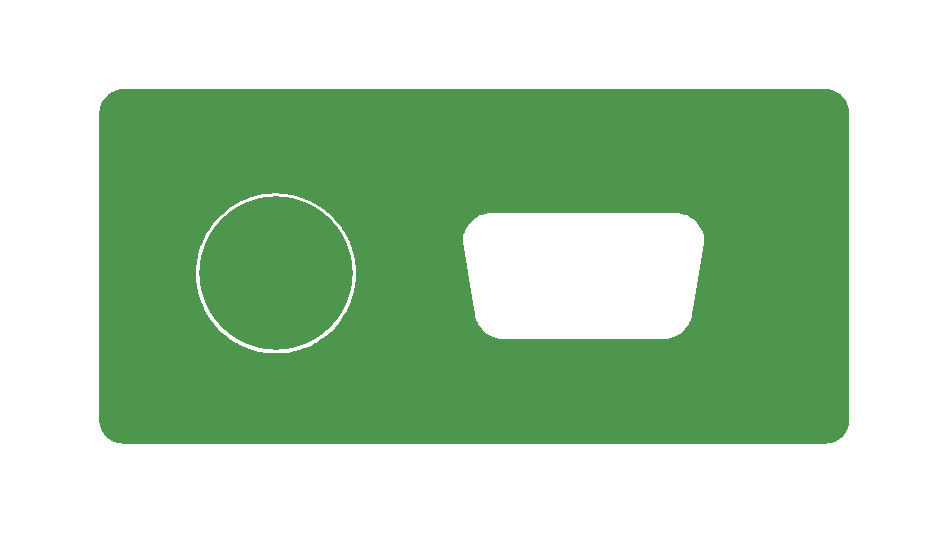
<source format=gbr>
%TF.GenerationSoftware,KiCad,Pcbnew,(6.0.6)*%
%TF.CreationDate,2022-11-01T14:40:16+00:00*%
%TF.ProjectId,rearcase,72656172-6361-4736-952e-6b696361645f,rev?*%
%TF.SameCoordinates,Original*%
%TF.FileFunction,Copper,L2,Bot*%
%TF.FilePolarity,Positive*%
%FSLAX46Y46*%
G04 Gerber Fmt 4.6, Leading zero omitted, Abs format (unit mm)*
G04 Created by KiCad (PCBNEW (6.0.6)) date 2022-11-01 14:40:16*
%MOMM*%
%LPD*%
G01*
G04 APERTURE LIST*
%TA.AperFunction,ComponentPad*%
%ADD10C,5.000000*%
%TD*%
%TA.AperFunction,ComponentPad*%
%ADD11C,13.000000*%
%TD*%
G04 APERTURE END LIST*
D10*
%TO.P,REF\u002A\u002A,1*%
%TO.N,GND*%
X128000000Y-86500000D03*
X179500000Y-108000000D03*
X128000000Y-108000000D03*
X150500000Y-97300000D03*
X179500000Y-86500000D03*
X175490000Y-97300000D03*
D11*
%TO.P,REF\u002A\u002A,2*%
%TO.N,N/C*%
X136950000Y-97100000D03*
%TD*%
%TA.AperFunction,Conductor*%
%TO.N,GND*%
G36*
X183504122Y-81501270D02*
G01*
X183667113Y-81511953D01*
X183667430Y-81511975D01*
X183757453Y-81518413D01*
X183773042Y-81520513D01*
X183915622Y-81548874D01*
X183917823Y-81549332D01*
X183989488Y-81564921D01*
X184025795Y-81572819D01*
X184039502Y-81576624D01*
X184173370Y-81622066D01*
X184176875Y-81623314D01*
X184284080Y-81663299D01*
X184295769Y-81668347D01*
X184363557Y-81701776D01*
X184421129Y-81730167D01*
X184425748Y-81732565D01*
X184478077Y-81761139D01*
X184527492Y-81788122D01*
X184537107Y-81793944D01*
X184612445Y-81844282D01*
X184652694Y-81871177D01*
X184658174Y-81875054D01*
X184724383Y-81924617D01*
X184751478Y-81944901D01*
X184759046Y-81951036D01*
X184863336Y-82042496D01*
X184869353Y-82048133D01*
X184951867Y-82130647D01*
X184957504Y-82136664D01*
X185048964Y-82240954D01*
X185055097Y-82248519D01*
X185124946Y-82341826D01*
X185128830Y-82347315D01*
X185206056Y-82462893D01*
X185211878Y-82472508D01*
X185238861Y-82521923D01*
X185267435Y-82574252D01*
X185269843Y-82578890D01*
X185331653Y-82704231D01*
X185336703Y-82715925D01*
X185376677Y-82823099D01*
X185377932Y-82826625D01*
X185423376Y-82960498D01*
X185427182Y-82974210D01*
X185450668Y-83082177D01*
X185451126Y-83084378D01*
X185479487Y-83226958D01*
X185481587Y-83242547D01*
X185488025Y-83332570D01*
X185488047Y-83332887D01*
X185498730Y-83495877D01*
X185499000Y-83504118D01*
X185499000Y-109495882D01*
X185498730Y-109504122D01*
X185488047Y-109667113D01*
X185488025Y-109667430D01*
X185481587Y-109757451D01*
X185479487Y-109773042D01*
X185451126Y-109915622D01*
X185450668Y-109917823D01*
X185427182Y-110025790D01*
X185423376Y-110039502D01*
X185377934Y-110173370D01*
X185376677Y-110176901D01*
X185336703Y-110284075D01*
X185331653Y-110295769D01*
X185269843Y-110421110D01*
X185267435Y-110425748D01*
X185238861Y-110478077D01*
X185211878Y-110527492D01*
X185206056Y-110537107D01*
X185128830Y-110652685D01*
X185124946Y-110658174D01*
X185075383Y-110724383D01*
X185055099Y-110751478D01*
X185048964Y-110759046D01*
X184957504Y-110863336D01*
X184951867Y-110869353D01*
X184869353Y-110951867D01*
X184863336Y-110957504D01*
X184759046Y-111048964D01*
X184751478Y-111055099D01*
X184658174Y-111124946D01*
X184652694Y-111128823D01*
X184612445Y-111155718D01*
X184537107Y-111206056D01*
X184527492Y-111211878D01*
X184478077Y-111238861D01*
X184425748Y-111267435D01*
X184421129Y-111269833D01*
X184363557Y-111298224D01*
X184295769Y-111331653D01*
X184284080Y-111336701D01*
X184176875Y-111376686D01*
X184173375Y-111377932D01*
X184039502Y-111423376D01*
X184025795Y-111427181D01*
X183989488Y-111435079D01*
X183917823Y-111450668D01*
X183915622Y-111451126D01*
X183773042Y-111479487D01*
X183757453Y-111481587D01*
X183667430Y-111488025D01*
X183667113Y-111488047D01*
X183504122Y-111498730D01*
X183495882Y-111499000D01*
X124004118Y-111499000D01*
X123995878Y-111498730D01*
X123832887Y-111488047D01*
X123832570Y-111488025D01*
X123742547Y-111481587D01*
X123726958Y-111479487D01*
X123584378Y-111451126D01*
X123582177Y-111450668D01*
X123510512Y-111435079D01*
X123474205Y-111427181D01*
X123460498Y-111423376D01*
X123326625Y-111377932D01*
X123323125Y-111376686D01*
X123215920Y-111336701D01*
X123204231Y-111331653D01*
X123136443Y-111298224D01*
X123078871Y-111269833D01*
X123074252Y-111267435D01*
X123021923Y-111238861D01*
X122972508Y-111211878D01*
X122962893Y-111206056D01*
X122887871Y-111155928D01*
X122847302Y-111128821D01*
X122841830Y-111124950D01*
X122748513Y-111055094D01*
X122740971Y-111048979D01*
X122636648Y-110957490D01*
X122630647Y-110951868D01*
X122548132Y-110869353D01*
X122542510Y-110863352D01*
X122451021Y-110759029D01*
X122444902Y-110751481D01*
X122444900Y-110751478D01*
X122375050Y-110658170D01*
X122371172Y-110652688D01*
X122293944Y-110537107D01*
X122288122Y-110527492D01*
X122261139Y-110478077D01*
X122232565Y-110425748D01*
X122230157Y-110421110D01*
X122168347Y-110295769D01*
X122163297Y-110284075D01*
X122123323Y-110176901D01*
X122122066Y-110173370D01*
X122076624Y-110039502D01*
X122072818Y-110025790D01*
X122049332Y-109917823D01*
X122048874Y-109915622D01*
X122020513Y-109773042D01*
X122018413Y-109757451D01*
X122011975Y-109667430D01*
X122011953Y-109667113D01*
X122001270Y-109504122D01*
X122001000Y-109495882D01*
X122001000Y-97135476D01*
X130174621Y-97135476D01*
X130196353Y-97643386D01*
X130196629Y-97645715D01*
X130247803Y-98078081D01*
X130256106Y-98148236D01*
X130256558Y-98150549D01*
X130256558Y-98150551D01*
X130339582Y-98575692D01*
X130353543Y-98647185D01*
X130488118Y-99137424D01*
X130488912Y-99139647D01*
X130488913Y-99139651D01*
X130635498Y-99550177D01*
X130659070Y-99616192D01*
X130660036Y-99618366D01*
X130837065Y-100016916D01*
X130865439Y-100080796D01*
X130866563Y-100082888D01*
X130866567Y-100082896D01*
X131052439Y-100428820D01*
X131106063Y-100528618D01*
X131379586Y-100957137D01*
X131684469Y-101363943D01*
X132018996Y-101746743D01*
X132020679Y-101748400D01*
X132020683Y-101748404D01*
X132067836Y-101794822D01*
X132381283Y-102103383D01*
X132383080Y-102104904D01*
X132383083Y-102104907D01*
X132767486Y-102430328D01*
X132769291Y-102431856D01*
X132771196Y-102433238D01*
X132771203Y-102433243D01*
X133055594Y-102639486D01*
X133180835Y-102730312D01*
X133182838Y-102731547D01*
X133182846Y-102731552D01*
X133611584Y-102995830D01*
X133611593Y-102995835D01*
X133613598Y-102997071D01*
X133615704Y-102998160D01*
X133615707Y-102998162D01*
X134063038Y-103229541D01*
X134063045Y-103229544D01*
X134065144Y-103230630D01*
X134067309Y-103231551D01*
X134067317Y-103231555D01*
X134299038Y-103330153D01*
X134532932Y-103429676D01*
X135014326Y-103593088D01*
X135016609Y-103593676D01*
X135016608Y-103593676D01*
X135504328Y-103719355D01*
X135504337Y-103719357D01*
X135506619Y-103719945D01*
X135766224Y-103766422D01*
X136004700Y-103809116D01*
X136004710Y-103809117D01*
X136007037Y-103809534D01*
X136009392Y-103809775D01*
X136009397Y-103809776D01*
X136312498Y-103840831D01*
X136512763Y-103861349D01*
X136574900Y-103863356D01*
X136795066Y-103870468D01*
X136795094Y-103870468D01*
X136796071Y-103870500D01*
X137082438Y-103870500D01*
X137083624Y-103870455D01*
X137083649Y-103870455D01*
X137455648Y-103856489D01*
X137455651Y-103856489D01*
X137458016Y-103856400D01*
X137963173Y-103799291D01*
X138462625Y-103704467D01*
X138953562Y-103572462D01*
X139362790Y-103428751D01*
X139430990Y-103404801D01*
X139430995Y-103404799D01*
X139433219Y-103404018D01*
X139898896Y-103200085D01*
X140283853Y-102995830D01*
X140345890Y-102962914D01*
X140345896Y-102962910D01*
X140347972Y-102961809D01*
X140777918Y-102690533D01*
X140779799Y-102689138D01*
X140779813Y-102689129D01*
X141184420Y-102389188D01*
X141186314Y-102387784D01*
X141515216Y-102103383D01*
X141569070Y-102056816D01*
X141569075Y-102056812D01*
X141570861Y-102055267D01*
X141929393Y-101694852D01*
X142259893Y-101308569D01*
X142266187Y-101299986D01*
X142468739Y-101023740D01*
X142560500Y-100898594D01*
X142829521Y-100467233D01*
X142847657Y-100432617D01*
X143064348Y-100019002D01*
X143065441Y-100016916D01*
X143066368Y-100014768D01*
X143066375Y-100014754D01*
X143266001Y-99552339D01*
X143266004Y-99552331D01*
X143266934Y-99550177D01*
X143432864Y-99069645D01*
X143544698Y-98644871D01*
X143561695Y-98580310D01*
X143561696Y-98580307D01*
X143562297Y-98578023D01*
X143654504Y-98078081D01*
X143708967Y-97572633D01*
X143723087Y-97135476D01*
X143725303Y-97066884D01*
X143725303Y-97066878D01*
X143725379Y-97064524D01*
X143703647Y-96556614D01*
X143652474Y-96124254D01*
X143644171Y-96054101D01*
X143644169Y-96054091D01*
X143643894Y-96051764D01*
X143643442Y-96049449D01*
X143546909Y-95555129D01*
X143546908Y-95555126D01*
X143546457Y-95552815D01*
X143411882Y-95062576D01*
X143265300Y-94652057D01*
X143241730Y-94586048D01*
X143241728Y-94586044D01*
X143240930Y-94583808D01*
X143190379Y-94470000D01*
X152754420Y-94470000D01*
X152757913Y-94470000D01*
X152757884Y-94470484D01*
X152759034Y-94470281D01*
X153754640Y-100105409D01*
X153754529Y-100130000D01*
X153754420Y-100130000D01*
X153772725Y-100432617D01*
X153827373Y-100730821D01*
X153917567Y-101020264D01*
X154041992Y-101296725D01*
X154043961Y-101299982D01*
X154043963Y-101299986D01*
X154083702Y-101365722D01*
X154198833Y-101556172D01*
X154201174Y-101559160D01*
X154201176Y-101559163D01*
X154382386Y-101790459D01*
X154385804Y-101794822D01*
X154600178Y-102009196D01*
X154603178Y-102011546D01*
X154603181Y-102011549D01*
X154722344Y-102104907D01*
X154838828Y-102196167D01*
X154842082Y-102198134D01*
X155095014Y-102351037D01*
X155095018Y-102351039D01*
X155098275Y-102353008D01*
X155178664Y-102389188D01*
X155371260Y-102475869D01*
X155371266Y-102475871D01*
X155374736Y-102477433D01*
X155664179Y-102567627D01*
X155962383Y-102622275D01*
X155966175Y-102622504D01*
X155966180Y-102622505D01*
X156172354Y-102634976D01*
X156265000Y-102640580D01*
X156265000Y-102637287D01*
X156276382Y-102636000D01*
X169709232Y-102636000D01*
X169725000Y-102637455D01*
X169725000Y-102640580D01*
X169740444Y-102639646D01*
X169740445Y-102639646D01*
X170023820Y-102622505D01*
X170023825Y-102622504D01*
X170027617Y-102622275D01*
X170325821Y-102567627D01*
X170615264Y-102477433D01*
X170618734Y-102475871D01*
X170618740Y-102475869D01*
X170811336Y-102389188D01*
X170891725Y-102353008D01*
X170894982Y-102351039D01*
X170894986Y-102351037D01*
X171147918Y-102198134D01*
X171151172Y-102196167D01*
X171267657Y-102104907D01*
X171386819Y-102011549D01*
X171386822Y-102011546D01*
X171389822Y-102009196D01*
X171604196Y-101794822D01*
X171607614Y-101790459D01*
X171788824Y-101559163D01*
X171788826Y-101559160D01*
X171791167Y-101556172D01*
X171906298Y-101365722D01*
X171946037Y-101299986D01*
X171946039Y-101299982D01*
X171948008Y-101296725D01*
X172072433Y-101020264D01*
X172162627Y-100730821D01*
X172217275Y-100432617D01*
X172235580Y-100130000D01*
X172235759Y-100130011D01*
X172235167Y-100106498D01*
X173225520Y-94501106D01*
X173226380Y-94499302D01*
X173226321Y-94499291D01*
X173231772Y-94470000D01*
X173235580Y-94470000D01*
X173217275Y-94167383D01*
X173162627Y-93869179D01*
X173072433Y-93579736D01*
X172948008Y-93303275D01*
X172945729Y-93299504D01*
X172793134Y-93047082D01*
X172791167Y-93043828D01*
X172628389Y-92836057D01*
X172606549Y-92808181D01*
X172606546Y-92808178D01*
X172604196Y-92805178D01*
X172389822Y-92590804D01*
X172280491Y-92505148D01*
X172154163Y-92406176D01*
X172154160Y-92406174D01*
X172151172Y-92403833D01*
X172086508Y-92364743D01*
X171894986Y-92248963D01*
X171894982Y-92248961D01*
X171891725Y-92246992D01*
X171753494Y-92184779D01*
X171618740Y-92124131D01*
X171618734Y-92124129D01*
X171615264Y-92122567D01*
X171325821Y-92032373D01*
X171027617Y-91977725D01*
X171023825Y-91977496D01*
X171023820Y-91977495D01*
X170800716Y-91964000D01*
X170725000Y-91959420D01*
X170725000Y-91962713D01*
X170713618Y-91964000D01*
X155280768Y-91964000D01*
X155265000Y-91962545D01*
X155265000Y-91959420D01*
X155249556Y-91960354D01*
X155249555Y-91960354D01*
X154966180Y-91977495D01*
X154966175Y-91977496D01*
X154962383Y-91977725D01*
X154664179Y-92032373D01*
X154374736Y-92122567D01*
X154371266Y-92124129D01*
X154371260Y-92124131D01*
X154236506Y-92184779D01*
X154098275Y-92246992D01*
X154095018Y-92248961D01*
X154095014Y-92248963D01*
X153903492Y-92364743D01*
X153838828Y-92403833D01*
X153835840Y-92406174D01*
X153835837Y-92406176D01*
X153709509Y-92505148D01*
X153600178Y-92590804D01*
X153385804Y-92805178D01*
X153383454Y-92808178D01*
X153383451Y-92808181D01*
X153361612Y-92836057D01*
X153198833Y-93043828D01*
X153196866Y-93047082D01*
X153044272Y-93299504D01*
X153041992Y-93303275D01*
X152917567Y-93579736D01*
X152827373Y-93869179D01*
X152772725Y-94167383D01*
X152754420Y-94470000D01*
X143190379Y-94470000D01*
X143063896Y-94185246D01*
X143035530Y-94121385D01*
X143035527Y-94121380D01*
X143034561Y-94119204D01*
X142900218Y-93869179D01*
X142795061Y-93673474D01*
X142793937Y-93671382D01*
X142557782Y-93301406D01*
X142521691Y-93244863D01*
X142521686Y-93244856D01*
X142520414Y-93242863D01*
X142215531Y-92836057D01*
X141881004Y-92453257D01*
X141830798Y-92403833D01*
X141635546Y-92211625D01*
X141518717Y-92096617D01*
X141379087Y-91978411D01*
X141132514Y-91769672D01*
X141132513Y-91769671D01*
X141130709Y-91768144D01*
X141128804Y-91766762D01*
X141128797Y-91766757D01*
X140721076Y-91471074D01*
X140719165Y-91469688D01*
X140717162Y-91468453D01*
X140717154Y-91468448D01*
X140288416Y-91204170D01*
X140288407Y-91204165D01*
X140286402Y-91202929D01*
X140284293Y-91201838D01*
X139836962Y-90970459D01*
X139836955Y-90970456D01*
X139834856Y-90969370D01*
X139832691Y-90968449D01*
X139832683Y-90968445D01*
X139600962Y-90869847D01*
X139367068Y-90770324D01*
X138885674Y-90606912D01*
X138835120Y-90593885D01*
X138395672Y-90480645D01*
X138395663Y-90480643D01*
X138393381Y-90480055D01*
X138133776Y-90433578D01*
X137895300Y-90390884D01*
X137895290Y-90390883D01*
X137892963Y-90390466D01*
X137890608Y-90390225D01*
X137890603Y-90390224D01*
X137587502Y-90359169D01*
X137387237Y-90338651D01*
X137325100Y-90336644D01*
X137104934Y-90329532D01*
X137104906Y-90329532D01*
X137103929Y-90329500D01*
X136817562Y-90329500D01*
X136816376Y-90329545D01*
X136816351Y-90329545D01*
X136444352Y-90343511D01*
X136444349Y-90343511D01*
X136441984Y-90343600D01*
X135936827Y-90400709D01*
X135437375Y-90495533D01*
X134946438Y-90627538D01*
X134617595Y-90743020D01*
X134469010Y-90795199D01*
X134469005Y-90795201D01*
X134466781Y-90795982D01*
X134001104Y-90999915D01*
X133717120Y-91150594D01*
X133554110Y-91237086D01*
X133554104Y-91237090D01*
X133552028Y-91238191D01*
X133122082Y-91509467D01*
X133120201Y-91510862D01*
X133120187Y-91510871D01*
X132775008Y-91766757D01*
X132713686Y-91812216D01*
X132711902Y-91813759D01*
X132347659Y-92128719D01*
X132329139Y-92144733D01*
X131970607Y-92505148D01*
X131640107Y-92891431D01*
X131339500Y-93301406D01*
X131338253Y-93303406D01*
X131338252Y-93303407D01*
X131269111Y-93414270D01*
X131070479Y-93732767D01*
X130834559Y-94183084D01*
X130833632Y-94185232D01*
X130833625Y-94185246D01*
X130662503Y-94581634D01*
X130633066Y-94649823D01*
X130467136Y-95130355D01*
X130466538Y-95132627D01*
X130466536Y-95132633D01*
X130338305Y-95619690D01*
X130337703Y-95621977D01*
X130245496Y-96121919D01*
X130191033Y-96627367D01*
X130190956Y-96629746D01*
X130190956Y-96629748D01*
X130176837Y-97066884D01*
X130174621Y-97135476D01*
X122001000Y-97135476D01*
X122001000Y-83504118D01*
X122001270Y-83495877D01*
X122011953Y-83332887D01*
X122011975Y-83332570D01*
X122018413Y-83242547D01*
X122020513Y-83226958D01*
X122048874Y-83084378D01*
X122049332Y-83082177D01*
X122072818Y-82974210D01*
X122076624Y-82960498D01*
X122122068Y-82826625D01*
X122123323Y-82823099D01*
X122163297Y-82715925D01*
X122168347Y-82704231D01*
X122230157Y-82578890D01*
X122232565Y-82574252D01*
X122261139Y-82521923D01*
X122288122Y-82472508D01*
X122293944Y-82462893D01*
X122371172Y-82347312D01*
X122375050Y-82341830D01*
X122444906Y-82248513D01*
X122451021Y-82240971D01*
X122542510Y-82136648D01*
X122548132Y-82130647D01*
X122630647Y-82048132D01*
X122636648Y-82042510D01*
X122740971Y-81951021D01*
X122748519Y-81944902D01*
X122841830Y-81875050D01*
X122847302Y-81871179D01*
X122887871Y-81844072D01*
X122962893Y-81793944D01*
X122972508Y-81788122D01*
X123021923Y-81761139D01*
X123074252Y-81732565D01*
X123078871Y-81730167D01*
X123136443Y-81701776D01*
X123204231Y-81668347D01*
X123215920Y-81663299D01*
X123323125Y-81623314D01*
X123326630Y-81622066D01*
X123460498Y-81576624D01*
X123474205Y-81572819D01*
X123510512Y-81564921D01*
X123582177Y-81549332D01*
X123584378Y-81548874D01*
X123726958Y-81520513D01*
X123742547Y-81518413D01*
X123832570Y-81511975D01*
X123832887Y-81511953D01*
X123995878Y-81501270D01*
X124004118Y-81501000D01*
X183495882Y-81501000D01*
X183504122Y-81501270D01*
G37*
%TD.AperFunction*%
%TD*%
M02*

</source>
